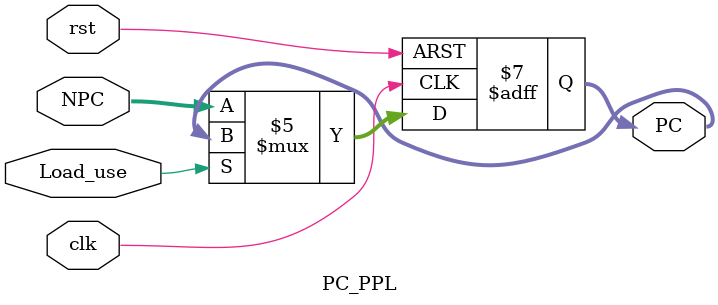
<source format=v>
module PC_PPL(NPC,rst,clk,PC,
Load_use);
	input[31:2]	NPC;
	input		rst;
	input 		clk;
	input		Load_use;
	
	output[31:2]	PC;

	reg[31:2]	PC;
	initial
	begin
		PC = 0;
	end
	always @(negedge clk or posedge rst)
		begin
			if(rst == 1)
				PC<=0;
//initial assignment pc <= 13
			else if(!Load_use)
				PC<=NPC;
		end
endmodule
</source>
